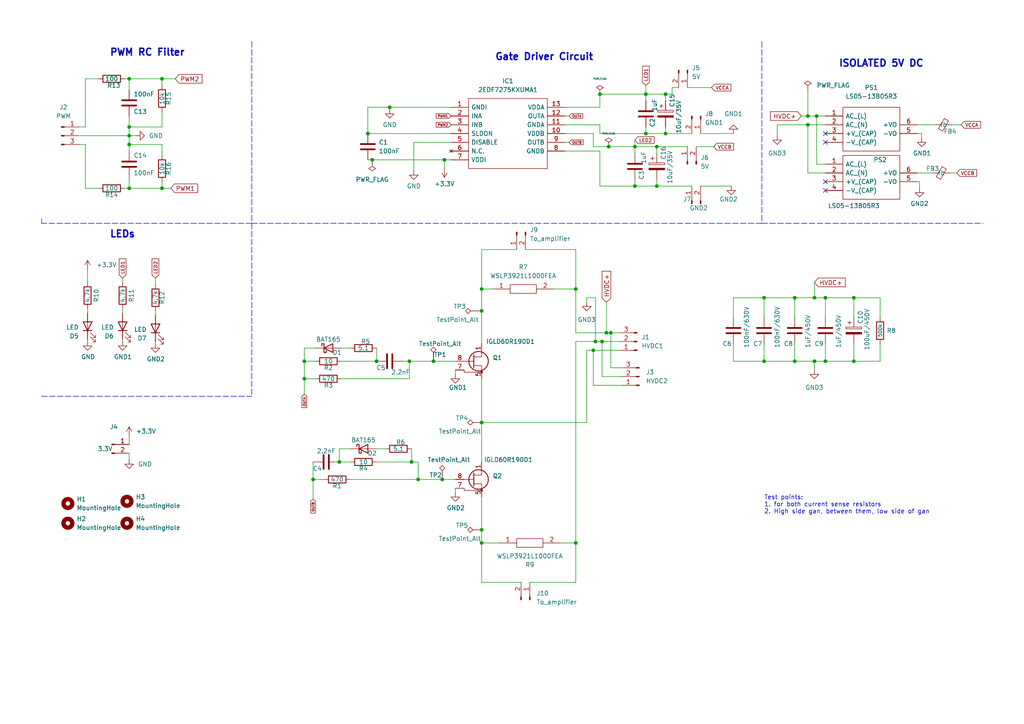
<source format=kicad_sch>
(kicad_sch (version 20211123) (generator eeschema)
  (paper "A4")
  (lib_symbols
    (symbol "2EDF7275KXUMA1:2EDF7275KXUMA1" (pin_names (offset 0.762))
      (property "Reference" "IC" (at 29.21 7.62 0))
      (property "Value" "2EDF7275KXUMA1" (at 29.21 5.08 0))
      (symbol "2EDF7275KXUMA1_0_0"
        (pin passive line (at 0 0 0) (length 5.08) (name "GNDI") (number "1"))
        (pin passive line (at 33.02 -7.62 180) (length 5.08) (name "VDDB") (number "10"))
        (pin passive line (at 33.02 -5.08 180) (length 5.08) (name "GNDA") (number "11"))
        (pin passive line (at 33.02 -2.54 180) (length 5.08) (name "OUTA") (number "12"))
        (pin passive line (at 33.02 0 180) (length 5.08) (name "VDDA") (number "13"))
        (pin passive line (at 0 -2.54 0) (length 5.08) (name "INA") (number "2"))
        (pin passive line (at 0 -5.08 0) (length 5.08) (name "INB") (number "3"))
        (pin passive line (at 0 -7.62 0) (length 5.08) (name "SLDON") (number "4"))
        (pin passive line (at 0 -10.16 0) (length 5.08) (name "DISABLE") (number "5"))
        (pin no_connect line (at 0 -12.7 0) (length 5.08) (name "N.C.") (number "6"))
        (pin passive line (at 0 -15.24 0) (length 5.08) (name "VDDI") (number "7"))
        (pin passive line (at 33.02 -12.7 180) (length 5.08) (name "GNDB") (number "8"))
        (pin passive line (at 33.02 -10.16 180) (length 5.08) (name "OUTB") (number "9"))
      )
      (symbol "2EDF7275KXUMA1_0_1"
        (polyline (pts (xy 5.08 2.54) (xy 27.94 2.54) (xy 27.94 -17.78) (xy 5.08 -17.78) (xy 5.08 2.54)) (stroke (width 0.1524)))
      )
    )
    (symbol "Connector:Conn_01x02_Male" (pin_names (offset 1.016) hide)
      (property "Reference" "J" (at 0 2.54 0))
      (property "Value" "Conn_01x02_Male" (at 0 -5.08 0))
      (symbol "Conn_01x02_Male_1_1"
        (polyline (pts (xy 1.27 -2.54) (xy 0.8636 -2.54)) (stroke (width 0.1524)))
        (polyline (pts (xy 1.27 0) (xy 0.8636 0)) (stroke (width 0.1524)))
        (rectangle (start 0.8636 -2.413) (end 0 -2.667) (stroke (width 0.1524)) (fill (type outline)))
        (rectangle (start 0.8636 0.127) (end 0 -0.127) (stroke (width 0.1524)) (fill (type outline)))
        (pin passive line (at 5.08 0 180) (length 3.81) (name "Pin_1") (number "1"))
        (pin passive line (at 5.08 -2.54 180) (length 3.81) (name "Pin_2") (number "2"))
      )
    )
    (symbol "Connector:Conn_01x03_Male" (pin_names (offset 1.016) hide)
      (property "Reference" "J" (at 0 5.08 0))
      (property "Value" "Conn_01x03_Male" (at 0 -5.08 0))
      (symbol "Conn_01x03_Male_1_1"
        (polyline (pts (xy 1.27 -2.54) (xy 0.8636 -2.54)) (stroke (width 0.1524)))
        (polyline (pts (xy 1.27 0) (xy 0.8636 0)) (stroke (width 0.1524)))
        (polyline (pts (xy 1.27 2.54) (xy 0.8636 2.54)) (stroke (width 0.1524)))
        (rectangle (start 0.8636 -2.413) (end 0 -2.667) (stroke (width 0.1524)) (fill (type outline)))
        (rectangle (start 0.8636 0.127) (end 0 -0.127) (stroke (width 0.1524)) (fill (type outline)))
        (rectangle (start 0.8636 2.667) (end 0 2.413) (stroke (width 0.1524)) (fill (type outline)))
        (pin passive line (at 5.08 2.54 180) (length 3.81) (name "Pin_1") (number "1"))
        (pin passive line (at 5.08 0 180) (length 3.81) (name "Pin_2") (number "2"))
        (pin passive line (at 5.08 -2.54 180) (length 3.81) (name "Pin_3") (number "3"))
      )
    )
    (symbol "Connector:TestPoint_Alt" (pin_numbers hide) (pin_names (offset 0.762) hide)
      (property "Reference" "TP" (at 0 6.858 0))
      (property "Value" "TestPoint_Alt" (at 0 5.08 0))
      (symbol "TestPoint_Alt_0_1"
        (polyline (pts (xy 0 2.54) (xy -0.762 3.302) (xy 0 4.064) (xy 0.762 3.302) (xy 0 2.54)))
      )
      (symbol "TestPoint_Alt_1_1"
        (pin passive line (at 0 0 90) (length 2.54) (name "1") (number "1"))
      )
    )
    (symbol "Device:C" (pin_numbers hide) (pin_names (offset 0.254))
      (property "Reference" "C" (at 0.635 2.54 0))
      (property "Value" "C" (at 0.635 -2.54 0))
      (symbol "C_0_1"
        (polyline (pts (xy -2.032 -0.762) (xy 2.032 -0.762)) (stroke (width 0.508)))
        (polyline (pts (xy -2.032 0.762) (xy 2.032 0.762)) (stroke (width 0.508)))
      )
      (symbol "C_1_1"
        (pin passive line (at 0 3.81 270) (length 2.794) (name "~") (number "1"))
        (pin passive line (at 0 -3.81 90) (length 2.794) (name "~") (number "2"))
      )
    )
    (symbol "Device:C_Polarized" (pin_numbers hide) (pin_names (offset 0.254))
      (property "Reference" "C" (at 0.635 2.54 0))
      (property "Value" "C_Polarized" (at 0.635 -2.54 0))
      (symbol "C_Polarized_0_1"
        (rectangle (start -2.286 0.508) (end 2.286 1.016))
        (polyline (pts (xy -1.778 2.286) (xy -0.762 2.286)))
        (polyline (pts (xy -1.27 2.794) (xy -1.27 1.778)))
        (rectangle (start 2.286 -0.508) (end -2.286 -1.016) (fill (type outline)))
      )
      (symbol "C_Polarized_1_1"
        (pin passive line (at 0 3.81 270) (length 2.794) (name "~") (number "1"))
        (pin passive line (at 0 -3.81 90) (length 2.794) (name "~") (number "2"))
      )
    )
    (symbol "Device:D_Schottky" (pin_numbers hide) (pin_names (offset 1.016) hide)
      (property "Reference" "D" (at 0 2.54 0))
      (property "Value" "D_Schottky" (at 0 -2.54 0))
      (symbol "D_Schottky_0_1"
        (polyline (pts (xy 1.27 0) (xy -1.27 0)))
        (polyline (pts (xy 1.27 1.27) (xy 1.27 -1.27) (xy -1.27 0) (xy 1.27 1.27)) (stroke (width 0.254)))
        (polyline (pts (xy -1.905 0.635) (xy -1.905 1.27) (xy -1.27 1.27) (xy -1.27 -1.27) (xy -0.635 -1.27) (xy -0.635 -0.635)) (stroke (width 0.254)))
      )
      (symbol "D_Schottky_1_1"
        (pin passive line (at -3.81 0 0) (length 2.54) (name "K") (number "1"))
        (pin passive line (at 3.81 0 180) (length 2.54) (name "A") (number "2"))
      )
    )
    (symbol "Device:FerriteBead_Small" (pin_numbers hide) (pin_names (offset 0))
      (property "Reference" "FB" (at 1.905 1.27 0))
      (property "Value" "FerriteBead_Small" (at 1.905 -1.27 0))
      (symbol "FerriteBead_Small_0_1"
        (polyline (pts (xy 0 -1.27) (xy 0 -0.7874)))
        (polyline (pts (xy 0 0.889) (xy 0 1.2954)))
        (polyline (pts (xy -1.8288 0.2794) (xy -1.1176 1.4986) (xy 1.8288 -0.2032) (xy 1.1176 -1.4224) (xy -1.8288 0.2794)))
      )
      (symbol "FerriteBead_Small_1_1"
        (pin passive line (at 0 2.54 270) (length 1.27) (name "~") (number "1"))
        (pin passive line (at 0 -2.54 90) (length 1.27) (name "~") (number "2"))
      )
    )
    (symbol "Device:LED" (pin_numbers hide) (pin_names (offset 1.016) hide)
      (property "Reference" "D" (at 0 2.54 0))
      (property "Value" "LED" (at 0 -2.54 0))
      (symbol "LED_0_1"
        (polyline (pts (xy -1.27 -1.27) (xy -1.27 1.27)) (stroke (width 0.254)))
        (polyline (pts (xy -1.27 0) (xy 1.27 0)))
        (polyline (pts (xy 1.27 -1.27) (xy 1.27 1.27) (xy -1.27 0) (xy 1.27 -1.27)) (stroke (width 0.254)))
        (polyline (pts (xy -3.048 -0.762) (xy -4.572 -2.286) (xy -3.81 -2.286) (xy -4.572 -2.286) (xy -4.572 -1.524)))
        (polyline (pts (xy -1.778 -0.762) (xy -3.302 -2.286) (xy -2.54 -2.286) (xy -3.302 -2.286) (xy -3.302 -1.524)))
      )
      (symbol "LED_1_1"
        (pin passive line (at -3.81 0 0) (length 2.54) (name "K") (number "1"))
        (pin passive line (at 3.81 0 180) (length 2.54) (name "A") (number "2"))
      )
    )
    (symbol "Device:R" (pin_numbers hide) (pin_names (offset 0))
      (property "Reference" "R" (at 2.032 0 90))
      (property "Value" "R" (at 0 0 90))
      (symbol "R_0_1"
        (rectangle (start -1.016 -2.54) (end 1.016 2.54) (stroke (width 0.254)))
      )
      (symbol "R_1_1"
        (pin passive line (at 0 3.81 270) (length 1.27) (name "~") (number "1"))
        (pin passive line (at 0 -3.81 90) (length 1.27) (name "~") (number "2"))
      )
    )
    (symbol "LS05-13B05R3_1" (pin_names (offset 0.762))
      (property "Reference" "PS" (at 24.13 7.62 0))
      (property "Value" "LS05-13B05R3_1" (at 24.13 5.08 0))
      (symbol "LS05-13B05R3_1_0_0"
        (pin passive line (at 0 0 0) (length 5.08) (name "AC_(L)") (number "1"))
        (pin passive line (at 0 -2.54 0) (length 5.08) (name "AC_(N)") (number "2"))
        (pin passive line (at 0 -5.08 0) (length 5.08) (name "+V_(CAP)") (number "3"))
        (pin passive line (at 0 -7.62 0) (length 5.08) (name "-V_(CAP)") (number "4"))
        (pin passive line (at 26.67 -5.08 180) (length 5.08) (name "-VO") (number "5"))
        (pin passive line (at 26.67 -2.54 180) (length 5.08) (name "+VO") (number "6"))
      )
      (symbol "LS05-13B05R3_1_0_1"
        (polyline (pts (xy 5.08 2.54) (xy 21.59 2.54) (xy 21.59 -10.16) (xy 5.08 -10.16) (xy 5.08 2.54)) (stroke (width 0.1524)))
      )
    )
    (symbol "Mechanical:MountingHole" (pin_names (offset 1.016))
      (property "Reference" "H" (at 0 5.08 0))
      (property "Value" "MountingHole" (at 0 3.175 0))
      (symbol "MountingHole_0_1"
        (circle (center 0 0) (radius 1.27) (stroke (width 1.27)))
      )
    )
    (symbol "Transistor_FET:IGLD60R190D1" (pin_names (offset 0) hide)
      (property "Reference" "Q" (at 5.08 1.905 0))
      (property "Value" "IGLD60R190D1" (at 5.08 0 0))
      (symbol "IGLD60R190D1_0_1"
        (polyline (pts (xy -2.54 0) (xy 0.254 0)))
        (polyline (pts (xy -2.54 -2.54) (xy -2.54 -3.175) (xy 2.54 -3.175)))
        (polyline (pts (xy 0.254 -1.27) (xy 2.54 -1.27) (xy 2.54 -2.54)))
        (polyline (pts (xy 0.254 1.905) (xy 0.254 -1.905) (xy 0.254 -1.905)) (stroke (width 0.254)))
        (polyline (pts (xy 2.54 2.54) (xy 2.54 1.27) (xy 0.254 1.27)))
        (circle (center 1.651 0) (radius 2.8194) (stroke (width 0.254)))
        (circle (center 2.54 -3.175) (radius 0.2794) (fill (type outline)))
      )
      (symbol "IGLD60R190D1_1_1"
        (pin passive line (at 2.54 5.08 270) (length 2.54) (name "D") (number "1"))
        (pin passive line (at 2.54 5.08 270) (length 2.54) hide (name "D") (number "2"))
        (pin passive line (at 2.54 5.08 270) (length 2.54) hide (name "D") (number "3"))
        (pin passive line (at 2.54 5.08 270) (length 2.54) hide (name "D") (number "4"))
        (pin passive line (at 2.54 -5.08 90) (length 2.54) (name "S") (number "5"))
        (pin passive line (at 2.54 -5.08 90) (length 2.54) hide (name "S") (number "6"))
        (pin passive line (at -5.08 -2.54 0) (length 2.54) (name "SS") (number "7"))
        (pin input line (at -5.08 0 0) (length 2.54) (name "G") (number "8"))
        (pin passive line (at 2.54 -5.08 90) (length 2.54) hide (name "S") (number "9"))
      )
    )
    (symbol "WSLP3921L1000FEA:WSLP3921L1000FEA" (pin_names (offset 0.762))
      (property "Reference" "R" (at 13.97 6.35 0))
      (property "Value" "WSLP3921L1000FEA" (at 13.97 3.81 0))
      (symbol "WSLP3921L1000FEA_0_0"
        (pin passive line (at 0 0 0) (length 5.08) (name "~") (number "1"))
        (pin passive line (at 17.78 0 180) (length 5.08) (name "~") (number "2"))
      )
      (symbol "WSLP3921L1000FEA_0_1"
        (polyline (pts (xy 5.08 1.27) (xy 12.7 1.27) (xy 12.7 -1.27) (xy 5.08 -1.27) (xy 5.08 1.27)) (stroke (width 0.1524)))
      )
    )
    (symbol "power:+3.3V" (power) (pin_names (offset 0))
      (property "Value" "+3.3V" (at 0 3.556 0))
      (symbol "+3.3V_0_1"
        (polyline (pts (xy -0.762 1.27) (xy 0 2.54)))
        (polyline (pts (xy 0 0) (xy 0 2.54)))
        (polyline (pts (xy 0 2.54) (xy 0.762 1.27)))
      )
      (symbol "+3.3V_1_1"
        (pin power_in line (at 0 0 90) (length 0) hide (name "+3.3V") (number "1"))
      )
    )
    (symbol "power:GND" (power) (pin_names (offset 0))
      (property "Value" "GND" (at 0 -3.81 0))
      (symbol "GND_0_1"
        (polyline (pts (xy 0 0) (xy 0 -1.27) (xy 1.27 -1.27) (xy 0 -2.54) (xy -1.27 -1.27) (xy 0 -1.27)))
      )
      (symbol "GND_1_1"
        (pin power_in line (at 0 0 270) (length 0) hide (name "GND") (number "1"))
      )
    )
    (symbol "power:GND1" (power) (pin_names (offset 0))
      (property "Value" "GND1" (at 0 -3.81 0))
      (symbol "GND1_0_1"
        (polyline (pts (xy 0 0) (xy 0 -1.27) (xy 1.27 -1.27) (xy 0 -2.54) (xy -1.27 -1.27) (xy 0 -1.27)))
      )
      (symbol "GND1_1_1"
        (pin power_in line (at 0 0 270) (length 0) hide (name "GND1") (number "1"))
      )
    )
    (symbol "power:GND2" (power) (pin_names (offset 0))
      (property "Value" "GND2" (at 0 -3.81 0))
      (symbol "GND2_0_1"
        (polyline (pts (xy 0 0) (xy 0 -1.27) (xy 1.27 -1.27) (xy 0 -2.54) (xy -1.27 -1.27) (xy 0 -1.27)))
      )
      (symbol "GND2_1_1"
        (pin power_in line (at 0 0 270) (length 0) hide (name "GND2") (number "1"))
      )
    )
    (symbol "power:GND3" (power) (pin_names (offset 0))
      (property "Value" "GND3" (at 0 -3.81 0))
      (symbol "GND3_0_1"
        (polyline (pts (xy 0 0) (xy 0 -1.27) (xy 1.27 -1.27) (xy 0 -2.54) (xy -1.27 -1.27) (xy 0 -1.27)))
      )
      (symbol "GND3_1_1"
        (pin power_in line (at 0 0 270) (length 0) hide (name "GND3") (number "1"))
      )
    )
    (symbol "power:PWR_FLAG" (power) (pin_numbers hide) (pin_names (offset 0) hide)
      (property "Value" "PWR_FLAG" (at 0 3.81 0))
      (symbol "PWR_FLAG_0_0"
        (pin power_out line (at 0 0 90) (length 0) (name "pwr") (number "1"))
      )
      (symbol "PWR_FLAG_0_1"
        (polyline (pts (xy 0 0) (xy 0 1.27) (xy -1.016 1.905) (xy 0 2.54) (xy 1.016 1.905) (xy 0 1.27)))
      )
    )
  )
  (junction (at 193.04 27.305))
  (junction (at 247.65 104.775))
  (junction (at 37.465 54.61))
  (junction (at 109.22 104.775))
  (junction (at 177.165 96.52))
  (junction (at 107.95 46.355))
  (junction (at 230.505 104.775))
  (junction (at 187.325 27.305))
  (junction (at 167.005 83.82))
  (junction (at 236.22 86.36))
  (junction (at 128.905 46.355))
  (junction (at 119.38 133.985))
  (junction (at 106.68 38.735))
  (junction (at 230.505 86.36))
  (junction (at 190.5 53.975))
  (junction (at 172.72 99.06))
  (junction (at 88.265 104.775))
  (junction (at 37.465 41.91))
  (junction (at 184.15 42.545))
  (junction (at 236.22 104.775))
  (junction (at 184.15 53.975))
  (junction (at 46.99 22.86))
  (junction (at 175.895 96.52))
  (junction (at 234.315 36.195))
  (junction (at 139.7 122.555))
  (junction (at 113.03 31.115))
  (junction (at 90.805 139.065))
  (junction (at 46.99 54.61))
  (junction (at 98.425 133.985))
  (junction (at 37.465 36.83))
  (junction (at 239.395 86.36))
  (junction (at 128.27 139.065))
  (junction (at 173.99 27.305))
  (junction (at 193.04 38.735))
  (junction (at 234.315 33.655))
  (junction (at 118.745 104.775))
  (junction (at 239.395 104.775))
  (junction (at 172.085 101.6))
  (junction (at 37.465 39.37))
  (junction (at 37.465 22.86))
  (junction (at 174.625 99.06))
  (junction (at 139.7 90.17))
  (junction (at 139.7 153.67))
  (junction (at 236.855 33.655))
  (junction (at 88.265 109.855))
  (junction (at 121.285 139.065))
  (junction (at 190.5 42.545))
  (junction (at 125.73 104.775))
  (junction (at 167.005 157.48))
  (junction (at 247.65 86.36))
  (junction (at 139.7 157.48))
  (junction (at 221.615 104.775))
  (junction (at 221.615 86.36))
  (junction (at 139.7 83.82))
  (junction (at 176.53 42.545))
  (junction (at 187.325 38.735))
  (no_connect (at 239.395 55.245))
  (no_connect (at 239.395 52.705))
  (no_connect (at 239.395 41.275))
  (no_connect (at 239.395 38.735))
  (wire (pts (xy 98.425 130.175) (xy 101.6 130.175)))
  (wire (pts (xy 24.765 54.61) (xy 24.765 41.91)))
  (wire (pts (xy 173.99 43.815) (xy 163.83 43.815)))
  (wire (pts (xy 139.7 72.39) (xy 139.7 83.82)))
  (wire (pts (xy 172.085 101.6) (xy 179.705 101.6)))
  (polyline (pts (xy 12.065 114.935) (xy 73.025 114.935)))
  (wire (pts (xy 107.95 46.355) (xy 107.95 46.99)))
  (wire (pts (xy 45.085 90.17) (xy 45.085 91.44)))
  (wire (pts (xy 106.68 38.735) (xy 130.81 38.735)))
  (wire (pts (xy 193.04 36.83) (xy 193.04 38.735)))
  (wire (pts (xy 187.325 29.21) (xy 187.325 27.305)))
  (wire (pts (xy 190.5 42.545) (xy 199.39 42.545)))
  (wire (pts (xy 99.06 104.775) (xy 109.22 104.775)))
  (wire (pts (xy 139.7 109.855) (xy 139.7 122.555)))
  (wire (pts (xy 180.34 106.68) (xy 177.165 106.68)))
  (wire (pts (xy 113.03 31.75) (xy 113.03 31.115)))
  (wire (pts (xy 239.395 50.165) (xy 234.315 50.165)))
  (polyline (pts (xy 220.98 64.77) (xy 285.115 64.77)))
  (wire (pts (xy 236.22 104.775) (xy 236.22 107.315)))
  (wire (pts (xy 153.67 168.91) (xy 167.005 168.91)))
  (wire (pts (xy 163.83 41.275) (xy 165.1 41.275)))
  (wire (pts (xy 239.395 86.36) (xy 236.22 86.36)))
  (wire (pts (xy 24.765 22.86) (xy 28.575 22.86)))
  (wire (pts (xy 266.065 36.195) (xy 271.145 36.195)))
  (wire (pts (xy 173.99 38.735) (xy 173.99 36.195)))
  (wire (pts (xy 132.08 142.875) (xy 132.08 141.605)))
  (wire (pts (xy 177.165 106.68) (xy 177.165 96.52)))
  (polyline (pts (xy 220.98 12.065) (xy 220.98 64.77)))
  (wire (pts (xy 212.725 92.075) (xy 212.725 86.36)))
  (wire (pts (xy 236.855 47.625) (xy 236.855 33.655)))
  (wire (pts (xy 175.895 87.63) (xy 175.895 96.52)))
  (wire (pts (xy 184.15 42.545) (xy 190.5 42.545)))
  (wire (pts (xy 221.615 86.36) (xy 221.615 92.075)))
  (wire (pts (xy 193.04 27.305) (xy 194.945 27.305)))
  (wire (pts (xy 120.015 41.275) (xy 120.015 49.53)))
  (wire (pts (xy 149.86 72.39) (xy 139.7 72.39)))
  (wire (pts (xy 173.99 31.115) (xy 173.99 27.305)))
  (wire (pts (xy 128.27 139.065) (xy 132.08 139.065)))
  (wire (pts (xy 167.005 168.91) (xy 167.005 157.48)))
  (wire (pts (xy 276.225 36.195) (xy 278.765 36.195)))
  (wire (pts (xy 175.895 96.52) (xy 177.165 96.52)))
  (wire (pts (xy 37.465 41.91) (xy 37.465 43.815)))
  (wire (pts (xy 172.085 38.735) (xy 163.83 38.735)))
  (wire (pts (xy 193.04 38.735) (xy 200.66 38.735)))
  (wire (pts (xy 163.83 33.655) (xy 165.1 33.655)))
  (wire (pts (xy 230.505 86.36) (xy 230.505 92.075)))
  (wire (pts (xy 187.325 24.765) (xy 187.325 27.305)))
  (wire (pts (xy 212.725 104.775) (xy 212.725 99.695)))
  (wire (pts (xy 106.68 31.115) (xy 113.03 31.115)))
  (wire (pts (xy 170.18 122.555) (xy 170.18 101.6)))
  (wire (pts (xy 173.99 43.815) (xy 173.99 53.975)))
  (wire (pts (xy 176.53 42.545) (xy 184.15 42.545)))
  (wire (pts (xy 221.615 104.775) (xy 212.725 104.775)))
  (wire (pts (xy 46.99 24.765) (xy 46.99 22.86)))
  (wire (pts (xy 24.765 36.83) (xy 24.765 22.86)))
  (wire (pts (xy 113.03 31.115) (xy 130.81 31.115)))
  (wire (pts (xy 234.315 33.655) (xy 236.855 33.655)))
  (wire (pts (xy 37.465 22.86) (xy 37.465 26.035)))
  (wire (pts (xy 109.22 133.985) (xy 119.38 133.985)))
  (wire (pts (xy 203.2 53.975) (xy 212.09 53.975)))
  (wire (pts (xy 247.65 99.695) (xy 247.65 104.775)))
  (wire (pts (xy 35.56 80.645) (xy 35.56 81.915)))
  (wire (pts (xy 172.085 42.545) (xy 176.53 42.545)))
  (wire (pts (xy 152.4 72.39) (xy 167.005 72.39)))
  (wire (pts (xy 90.805 139.065) (xy 90.805 133.985)))
  (wire (pts (xy 121.285 139.065) (xy 128.27 139.065)))
  (wire (pts (xy 221.615 99.695) (xy 221.615 104.775)))
  (polyline (pts (xy 73.025 64.77) (xy 73.025 114.935)))
  (wire (pts (xy 173.99 38.735) (xy 187.325 38.735)))
  (wire (pts (xy 101.6 133.985) (xy 98.425 133.985)))
  (wire (pts (xy 172.085 111.76) (xy 172.085 101.6)))
  (wire (pts (xy 247.65 86.36) (xy 239.395 86.36)))
  (wire (pts (xy 255.27 86.36) (xy 247.65 86.36)))
  (wire (pts (xy 93.98 139.065) (xy 90.805 139.065)))
  (wire (pts (xy 234.315 36.195) (xy 239.395 36.195)))
  (wire (pts (xy 170.18 86.36) (xy 170.18 87.63)))
  (wire (pts (xy 116.84 104.775) (xy 118.745 104.775)))
  (wire (pts (xy 46.99 45.085) (xy 46.99 41.91)))
  (wire (pts (xy 88.265 114.3) (xy 88.265 109.855)))
  (wire (pts (xy 139.7 122.555) (xy 139.7 133.985)))
  (wire (pts (xy 184.15 52.07) (xy 184.15 53.975)))
  (wire (pts (xy 173.99 27.305) (xy 187.325 27.305)))
  (wire (pts (xy 230.505 99.695) (xy 230.505 104.775)))
  (wire (pts (xy 266.7 52.705) (xy 266.7 54.61)))
  (wire (pts (xy 234.315 26.035) (xy 234.315 33.655)))
  (wire (pts (xy 167.005 83.82) (xy 167.005 96.52)))
  (wire (pts (xy 22.86 36.83) (xy 24.765 36.83)))
  (wire (pts (xy 35.56 99.06) (xy 35.56 98.425)))
  (polyline (pts (xy 220.98 64.77) (xy 73.025 64.77)))
  (wire (pts (xy 37.465 33.655) (xy 37.465 36.83)))
  (wire (pts (xy 22.86 41.91) (xy 24.765 41.91)))
  (wire (pts (xy 139.7 90.17) (xy 139.7 99.695)))
  (wire (pts (xy 247.65 104.775) (xy 255.27 104.775)))
  (wire (pts (xy 99.06 100.965) (xy 101.6 100.965)))
  (wire (pts (xy 118.745 104.775) (xy 125.73 104.775)))
  (wire (pts (xy 203.2 38.735) (xy 212.725 38.735)))
  (wire (pts (xy 128.905 46.355) (xy 128.905 48.895)))
  (wire (pts (xy 172.085 42.545) (xy 172.085 38.735)))
  (wire (pts (xy 25.4 78.105) (xy 25.4 81.915)))
  (wire (pts (xy 190.5 52.07) (xy 190.5 53.975)))
  (wire (pts (xy 36.195 54.61) (xy 37.465 54.61)))
  (wire (pts (xy 46.99 54.61) (xy 37.465 54.61)))
  (wire (pts (xy 91.44 104.775) (xy 88.265 104.775)))
  (wire (pts (xy 266.065 38.735) (xy 267.335 38.735)))
  (wire (pts (xy 173.99 53.975) (xy 184.15 53.975)))
  (wire (pts (xy 46.99 32.385) (xy 46.99 36.83)))
  (wire (pts (xy 184.15 53.975) (xy 190.5 53.975)))
  (wire (pts (xy 160.655 83.82) (xy 167.005 83.82)))
  (wire (pts (xy 46.99 22.86) (xy 37.465 22.86)))
  (wire (pts (xy 139.7 122.555) (xy 170.18 122.555)))
  (wire (pts (xy 22.86 39.37) (xy 37.465 39.37)))
  (wire (pts (xy 37.465 54.61) (xy 37.465 51.435)))
  (wire (pts (xy 90.805 144.78) (xy 90.805 139.065)))
  (wire (pts (xy 106.68 46.355) (xy 107.95 46.355)))
  (wire (pts (xy 232.41 33.655) (xy 234.315 33.655)))
  (wire (pts (xy 172.72 86.36) (xy 172.72 99.06)))
  (wire (pts (xy 128.905 46.355) (xy 130.81 46.355)))
  (wire (pts (xy 199.39 25.4) (xy 206.375 25.4)))
  (wire (pts (xy 151.13 168.91) (xy 139.7 168.91)))
  (wire (pts (xy 109.22 104.775) (xy 109.22 100.965)))
  (wire (pts (xy 139.7 144.145) (xy 139.7 153.67)))
  (polyline (pts (xy 73.025 64.77) (xy 12.065 64.77)))
  (wire (pts (xy 255.27 99.695) (xy 255.27 104.775)))
  (wire (pts (xy 37.465 126.365) (xy 37.465 128.905)))
  (wire (pts (xy 37.465 36.83) (xy 37.465 39.37)))
  (wire (pts (xy 230.505 104.775) (xy 221.615 104.775)))
  (wire (pts (xy 46.99 54.61) (xy 49.53 54.61)))
  (wire (pts (xy 46.99 22.86) (xy 50.8 22.86)))
  (wire (pts (xy 167.005 96.52) (xy 175.895 96.52)))
  (wire (pts (xy 45.085 99.695) (xy 45.085 99.06)))
  (wire (pts (xy 46.99 36.83) (xy 37.465 36.83)))
  (wire (pts (xy 167.005 99.06) (xy 172.72 99.06)))
  (wire (pts (xy 25.4 89.535) (xy 25.4 90.805)))
  (wire (pts (xy 37.465 39.37) (xy 39.37 39.37)))
  (wire (pts (xy 190.5 44.45) (xy 190.5 42.545)))
  (wire (pts (xy 193.04 29.21) (xy 193.04 27.305)))
  (wire (pts (xy 99.06 109.855) (xy 118.745 109.855)))
  (wire (pts (xy 225.425 36.195) (xy 225.425 39.37)))
  (wire (pts (xy 106.68 31.115) (xy 106.68 38.735)))
  (wire (pts (xy 139.7 157.48) (xy 144.78 157.48)))
  (wire (pts (xy 167.005 99.06) (xy 167.005 157.48)))
  (wire (pts (xy 88.265 109.855) (xy 88.265 104.775)))
  (wire (pts (xy 236.22 104.775) (xy 239.395 104.775)))
  (wire (pts (xy 194.945 25.4) (xy 196.85 25.4)))
  (wire (pts (xy 46.99 41.91) (xy 37.465 41.91)))
  (wire (pts (xy 239.395 99.695) (xy 239.395 104.775)))
  (wire (pts (xy 139.7 168.91) (xy 139.7 157.48)))
  (wire (pts (xy 132.08 108.585) (xy 132.08 107.315)))
  (wire (pts (xy 119.38 133.985) (xy 119.38 130.175)))
  (wire (pts (xy 125.73 104.775) (xy 132.08 104.775)))
  (wire (pts (xy 91.44 109.855) (xy 88.265 109.855)))
  (wire (pts (xy 184.15 42.545) (xy 184.15 44.45)))
  (wire (pts (xy 121.285 139.065) (xy 121.285 133.985)))
  (wire (pts (xy 194.945 25.4) (xy 194.945 27.305)))
  (wire (pts (xy 28.575 54.61) (xy 24.765 54.61)))
  (wire (pts (xy 190.5 53.975) (xy 200.66 53.975)))
  (wire (pts (xy 255.27 92.075) (xy 255.27 86.36)))
  (wire (pts (xy 247.65 86.36) (xy 247.65 92.075)))
  (wire (pts (xy 239.395 47.625) (xy 236.855 47.625)))
  (wire (pts (xy 46.99 52.705) (xy 46.99 54.61)))
  (wire (pts (xy 98.425 133.985) (xy 98.425 130.175)))
  (wire (pts (xy 173.99 36.195) (xy 163.83 36.195)))
  (wire (pts (xy 177.165 96.52) (xy 179.705 96.52)))
  (wire (pts (xy 239.395 86.36) (xy 239.395 92.075)))
  (wire (pts (xy 139.7 153.67) (xy 139.7 157.48)))
  (wire (pts (xy 37.465 41.91) (xy 37.465 39.37)))
  (wire (pts (xy 236.22 81.915) (xy 236.22 86.36)))
  (wire (pts (xy 139.065 90.17) (xy 139.7 90.17)))
  (wire (pts (xy 172.72 99.06) (xy 174.625 99.06)))
  (wire (pts (xy 180.34 109.22) (xy 174.625 109.22)))
  (wire (pts (xy 266.065 52.705) (xy 266.7 52.705)))
  (wire (pts (xy 236.22 86.36) (xy 230.505 86.36)))
  (wire (pts (xy 225.425 36.195) (xy 234.315 36.195)))
  (wire (pts (xy 25.4 99.06) (xy 25.4 98.425)))
  (wire (pts (xy 35.56 89.535) (xy 35.56 90.805)))
  (wire (pts (xy 139.7 83.82) (xy 139.7 90.17)))
  (wire (pts (xy 212.725 86.36) (xy 221.615 86.36)))
  (wire (pts (xy 236.855 33.655) (xy 239.395 33.655)))
  (wire (pts (xy 36.195 22.86) (xy 37.465 22.86)))
  (wire (pts (xy 88.265 100.965) (xy 91.44 100.965)))
  (wire (pts (xy 187.325 27.305) (xy 193.04 27.305)))
  (wire (pts (xy 121.285 133.985) (xy 119.38 133.985)))
  (wire (pts (xy 230.505 104.775) (xy 236.22 104.775)))
  (wire (pts (xy 172.72 86.36) (xy 170.18 86.36)))
  (wire (pts (xy 174.625 99.06) (xy 179.705 99.06)))
  (polyline (pts (xy 12.065 63.5) (xy 12.065 64.77)))
  (wire (pts (xy 120.015 41.275) (xy 130.81 41.275)))
  (wire (pts (xy 118.745 109.855) (xy 118.745 104.775)))
  (wire (pts (xy 180.34 111.76) (xy 172.085 111.76)))
  (wire (pts (xy 109.22 130.175) (xy 111.76 130.175)))
  (wire (pts (xy 267.335 38.735) (xy 267.335 40.005)))
  (wire (pts (xy 275.59 50.165) (xy 277.495 50.165)))
  (wire (pts (xy 207.01 42.545) (xy 201.93 42.545)))
  (wire (pts (xy 187.325 36.83) (xy 187.325 38.735)))
  (wire (pts (xy 174.625 109.22) (xy 174.625 99.06)))
  (wire (pts (xy 187.325 38.735) (xy 193.04 38.735)))
  (wire (pts (xy 107.95 46.355) (xy 128.905 46.355)))
  (wire (pts (xy 162.56 157.48) (xy 167.005 157.48)))
  (wire (pts (xy 266.065 50.165) (xy 270.51 50.165)))
  (wire (pts (xy 184.15 40.64) (xy 184.15 42.545)))
  (polyline (pts (xy 73.025 12.065) (xy 73.025 64.77)))
  (wire (pts (xy 167.005 72.39) (xy 167.005 83.82)))
  (wire (pts (xy 234.315 50.165) (xy 234.315 36.195)))
  (wire (pts (xy 101.6 139.065) (xy 121.285 139.065)))
  (wire (pts (xy 37.465 133.35) (xy 37.465 131.445)))
  (wire (pts (xy 239.395 104.775) (xy 247.65 104.775)))
  (wire (pts (xy 230.505 86.36) (xy 221.615 86.36)))
  (wire (pts (xy 88.265 104.775) (xy 88.265 100.965)))
  (wire (pts (xy 139.7 83.82) (xy 142.875 83.82)))
  (wire (pts (xy 163.83 31.115) (xy 173.99 31.115)))
  (wire (pts (xy 170.18 101.6) (xy 172.085 101.6)))
  (wire (pts (xy 45.085 80.645) (xy 45.085 82.55)))
  (text "Test points: \n1. for both current sense resistors\n2. High side gan, between them, low side of gan\n" (at 221.615 149.225 0) (effects (font (size 1.27 1.27)) (justify left bottom)))
  (text "LEDs" (at 31.75 69.215 0) (effects (font (size 2 2) (thickness 0.4) bold) (justify left bottom)))
  (text "ISOLATED 5V DC" (at 243.205 19.685 0) (effects (font (size 2 2) (thickness 0.4) bold) (justify left bottom)))
  (text "PWM RC Filter" (at 31.75 16.51 0) (effects (font (size 2 2) (thickness 0.4) bold) (justify left bottom)))
  (text "Gate Driver Circuit" (at 143.51 17.78 0) (effects (font (size 2 2) (thickness 0.4) bold) (justify left bottom)))
  (global_label "VCCA" (shape input) (at 278.765 36.195 0) (effects (font (size 1 1))) (property "Intersheet References" "${INTERSHEET_REFS}" (effects hide)))
  (global_label "HVDC+" (shape input) (at 175.895 87.63 90) (property "Intersheet References" "${INTERSHEET_REFS}" (effects hide)))
  (global_label "LED1" (shape input) (at 187.325 24.765 90) (effects (font (size 1 1))) (property "Intersheet References" "${INTERSHEET_REFS}" (effects hide)))
  (global_label "VCCB" (shape input) (at 277.495 50.165 0) (effects (font (size 1 1))) (property "Intersheet References" "${INTERSHEET_REFS}" (effects hide)))
  (global_label "PWM1" (shape input) (at 49.53 54.61 0) (property "Intersheet References" "${INTERSHEET_REFS}" (effects hide)))
  (global_label "PWM2" (shape input) (at 50.8 22.86 0) (property "Intersheet References" "${INTERSHEET_REFS}" (effects hide)))
  (global_label "PWM2" (shape input) (at 130.81 36.195 180) (effects (font (size 0.7 0.7))) (property "Intersheet References" "${INTERSHEET_REFS}" (effects hide)))
  (global_label "OUTB" (shape input) (at 165.1 41.275 0) (effects (font (size 0.7 0.7))) (property "Intersheet References" "${INTERSHEET_REFS}" (effects hide)))
  (global_label "VCCA" (shape input) (at 206.375 25.4 0) (effects (font (size 1 1))) (property "Intersheet References" "${INTERSHEET_REFS}" (effects hide)))
  (global_label "LED2" (shape input) (at 184.15 40.64 0) (effects (font (size 1 1))) (property "Intersheet References" "${INTERSHEET_REFS}" (effects hide)))
  (global_label "LED2" (shape input) (at 45.085 80.645 90) (effects (font (size 1 1))) (property "Intersheet References" "${INTERSHEET_REFS}" (effects hide)))
  (global_label "OUTA" (shape input) (at 88.265 114.3 270) (effects (font (size 0.7 0.7))) (property "Intersheet References" "${INTERSHEET_REFS}" (effects hide)))
  (global_label "OUTB" (shape input) (at 90.805 144.78 270) (effects (font (size 0.7 0.7))) (property "Intersheet References" "${INTERSHEET_REFS}" (effects hide)))
  (global_label "LED1" (shape input) (at 35.56 80.645 90) (effects (font (size 1 1))) (property "Intersheet References" "${INTERSHEET_REFS}" (effects hide)))
  (global_label "HVDC+" (shape input) (at 232.41 33.655 180) (property "Intersheet References" "${INTERSHEET_REFS}" (effects hide)))
  (global_label "OUTA" (shape input) (at 165.1 33.655 0) (effects (font (size 0.7 0.7))) (property "Intersheet References" "${INTERSHEET_REFS}" (effects hide)))
  (global_label "VCCB" (shape input) (at 207.01 42.545 0) (effects (font (size 1 1))) (property "Intersheet References" "${INTERSHEET_REFS}" (effects hide)))
  (global_label "HVDC+" (shape input) (at 236.22 81.915 0) (property "Intersheet References" "${INTERSHEET_REFS}" (effects hide)))
  (global_label "PWM1" (shape input) (at 130.81 33.655 180) (effects (font (size 0.7 0.7))) (property "Intersheet References" "${INTERSHEET_REFS}" (effects hide)))
  (symbol (lib_id "Connector:Conn_01x03_Male") (at 185.42 109.22 180) (unit 1)
    (property "Reference" "J3" (at 187.325 107.9499 0) (effects (justify right)))
    (property "Value" "HVDC2" (at 187.325 110.4899 0) (effects (justify right)))
    (property "Footprint" "Connector_Molex:Molex_KK-396_A-41791-0003_1x03_P3.96mm_Vertical" (effects hide))
  )
  (symbol (lib_id "Connector:Conn_01x02_Male") (at 153.67 173.99 270) (mirror x) (unit 1)
    (property "Reference" "J10" (at 155.575 172.0849 90) (effects (justify left)))
    (property "Value" "To_amplifier" (at 155.575 174.6249 90) (effects (justify left)))
    (property "Footprint" "Connector_Molex:Molex_KK-254_AE-6410-02A_1x02_P2.54mm_Vertical" (effects hide))
  )
  (symbol (lib_id "power:GND2") (at 266.7 54.61 0) (unit 1)
    (property "Reference" "#PWR05" (effects hide))
    (property "Value" "GND2" (at 266.7 59.055 0))
  )
  (symbol (lib_id "Device:R") (at 95.25 109.855 90) (unit 1)
    (property "Reference" "R3" (at 95.25 111.76 90))
    (property "Value" "470" (at 95.25 109.855 90))
    (property "Footprint" "Resistor_SMD:R_0805_2012Metric" (effects hide))
  )
  (symbol (lib_id "power:PWR_FLAG") (at 173.99 27.305 0) (unit 1)
    (property "Reference" "#FLG0102" (effects hide))
    (property "Value" "PWR_FLAG" (at 173.99 22.86 0) (effects (font (size 0.5 0.5))))
  )
  (symbol (lib_id "Connector:Conn_01x02_Male") (at 199.39 20.32 270) (unit 1)
    (property "Reference" "J5" (at 200.66 19.6849 90) (effects (justify left)))
    (property "Value" "5V" (at 200.66 22.2249 90) (effects (justify left)))
    (property "Footprint" "Connector_PinHeader_2.54mm:PinHeader_1x02_P2.54mm_Vertical" (effects hide))
  )
  (symbol (lib_id "power:PWR_FLAG") (at 107.95 46.99 180) (unit 1)
    (property "Reference" "#FLG01" (effects hide))
    (property "Value" "PWR_FLAG" (at 107.95 52.07 0))
  )
  (symbol (lib_id "Device:R") (at 45.085 86.36 180) (unit 1)
    (property "Reference" "R12" (at 46.99 86.36 90))
    (property "Value" "4.7k" (at 45.085 86.36 90))
    (property "Footprint" "Resistor_SMD:R_0805_2012Metric" (effects hide))
  )
  (symbol (lib_id "Device:R") (at 97.79 139.065 90) (unit 1)
    (property "Reference" "R1" (at 97.79 140.97 90))
    (property "Value" "470" (at 97.79 139.065 90))
    (property "Footprint" "Resistor_SMD:R_0805_2012Metric" (effects hide))
  )
  (symbol (lib_id "power:GND") (at 120.015 49.53 0) (unit 1)
    (property "Reference" "#PWR0101" (effects hide))
    (property "Value" "GND" (at 120.015 53.975 0))
  )
  (symbol (lib_id "power:GND") (at 37.465 133.35 0) (unit 1)
    (property "Reference" "#PWR08" (effects hide))
    (property "Value" "GND" (at 40.005 134.6199 0) (effects (justify left)))
  )
  (symbol (lib_id "Device:C") (at 230.505 95.885 0) (unit 1)
    (property "Reference" "C8" (at 227.33 99.695 0) (effects (justify left)))
    (property "Value" "1uF/450V" (at 234.315 100.965 90) (effects (justify left)))
    (property "Footprint" "CGA9P4X7T2W105K250KA:CAPC5750X280N" (effects hide))
  )
  (symbol (lib_id "Device:C_Polarized") (at 247.65 95.885 0) (unit 1)
    (property "Reference" "C10" (at 249.555 93.98 90) (effects (justify left)))
    (property "Value" "100uF/450V" (at 251.46 101.6 90) (effects (justify left)))
    (property "Footprint" "Capacitor_THT:CP_Radial_D18.0mm_P7.50mm" (effects hide))
  )
  (symbol (lib_id "Connector:Conn_01x02_Male") (at 199.39 47.625 90) (unit 1)
    (property "Reference" "J6" (at 203.2 45.7199 90) (effects (justify right)))
    (property "Value" "5V" (at 203.2 48.2599 90) (effects (justify right)))
    (property "Footprint" "Connector_PinHeader_2.54mm:PinHeader_1x02_P2.54mm_Vertical" (effects hide))
  )
  (symbol (lib_id "Device:C") (at 239.395 95.885 0) (unit 1)
    (property "Reference" "C9" (at 236.22 99.695 0) (effects (justify left)))
    (property "Value" "1uF/450V" (at 243.205 100.965 90) (effects (justify left)))
    (property "Footprint" "CGA9P4X7T2W105K250KA:CAPC5750X280N" (effects hide))
  )
  (symbol (lib_id "Connector:TestPoint_Alt") (at 139.7 153.67 90) (unit 1)
    (property "Reference" "TP5" (at 133.985 152.4 90))
    (property "Value" "TestPoint_Alt" (at 133.35 156.21 90))
    (property "Footprint" "TestPoint:TestPoint_THTPad_1.5x1.5mm_Drill0.7mm" (effects hide))
  )
  (symbol (lib_id "Device:R") (at 35.56 85.725 180) (unit 1)
    (property "Reference" "R11" (at 38.1 85.725 90))
    (property "Value" "4.7k" (at 35.56 85.725 90))
    (property "Footprint" "Resistor_SMD:R_0805_2012Metric" (effects hide))
  )
  (symbol (lib_id "Device:LED") (at 35.56 94.615 90) (unit 1)
    (property "Reference" "D6" (at 33.02 97.4726 90) (effects (justify left)))
    (property "Value" "LED" (at 33.02 94.9326 90) (effects (justify left)))
    (property "Footprint" "LED_SMD:LED_0805_2012Metric" (effects hide))
  )
  (symbol (lib_id "Device:C") (at 187.325 33.02 180) (unit 1)
    (property "Reference" "C2" (at 189.23 35.56 90))
    (property "Value" "1uF" (at 189.865 30.48 90))
    (property "Footprint" "Capacitor_SMD:C_0805_2012Metric" (effects hide))
  )
  (symbol (lib_id "power:+3.3V") (at 25.4 78.105 0) (unit 1)
    (property "Reference" "#PWR0108" (effects hide))
    (property "Value" "+3.3V" (at 27.94 76.8349 0) (effects (justify left)))
  )
  (symbol (lib_id "Device:FerriteBead_Small") (at 273.05 50.165 90) (unit 1)
    (property "Reference" "FB3" (at 270.51 48.895 90))
    (property "Value" "fb" (at 273.05 50.165 90))
    (property "Footprint" "Resistor_SMD:R_0805_2012Metric" (effects hide))
  )
  (symbol (lib_id "Connector:Conn_01x03_Male") (at 17.78 39.37 0) (unit 1)
    (property "Reference" "J2" (at 18.415 31.115 0))
    (property "Value" "PWM" (at 18.415 33.655 0))
    (property "Footprint" "Connector_Molex:Molex_KK-254_AE-6410-03A_1x03_P2.54mm_Vertical" (effects hide))
  )
  (symbol (lib_id "Device:C") (at 113.03 104.775 90) (unit 1)
    (property "Reference" "C5" (at 110.49 106.68 90))
    (property "Value" "2.2nF" (at 116.205 107.95 90))
    (property "Footprint" "Capacitor_SMD:C_0805_2012Metric" (effects hide))
  )
  (symbol (lib_id "Connector:Conn_01x02_Male") (at 203.2 33.655 270) (unit 1)
    (property "Reference" "J8" (at 204.47 33.0199 90) (effects (justify left)))
    (property "Value" "GND1" (at 204.47 35.5599 90) (effects (justify left)))
    (property "Footprint" "Connector_PinHeader_2.54mm:PinHeader_1x02_P2.54mm_Vertical" (effects hide))
  )
  (symbol (lib_id "Device:R") (at 255.27 95.885 0) (unit 1)
    (property "Reference" "R8" (at 257.175 95.885 0) (effects (justify left)))
    (property "Value" "500k" (at 255.27 97.79 90) (effects (font (size 1 1)) (justify left)))
    (property "Footprint" "Resistor_SMD:R_0805_2012Metric" (effects hide))
  )
  (symbol (lib_id "power:GND1") (at 267.335 40.005 0) (unit 1)
    (property "Reference" "#PWR04" (effects hide))
    (property "Value" "GND1" (at 264.795 44.45 0) (effects (justify left)))
  )
  (symbol (lib_id "power:GND3") (at 225.425 39.37 0) (unit 1)
    (property "Reference" "#PWR0103" (effects hide))
    (property "Value" "GND3" (at 225.425 44.45 0))
  )
  (symbol (lib_id "Device:C") (at 94.615 133.985 90) (unit 1)
    (property "Reference" "C4" (at 92.075 135.89 90))
    (property "Value" "2.2nF" (at 94.615 130.81 90))
    (property "Footprint" "Capacitor_SMD:C_0805_2012Metric" (effects hide))
  )
  (symbol (lib_id "Device:C") (at 37.465 29.845 0) (mirror x) (unit 1)
    (property "Reference" "C13" (at 38.735 32.385 0) (effects (justify left)))
    (property "Value" "100nF" (at 38.735 27.305 0) (effects (justify left)))
    (property "Footprint" "Capacitor_SMD:C_0805_2012Metric" (effects hide))
  )
  (symbol (lib_id "power:GND3") (at 170.18 87.63 0) (unit 1)
    (property "Reference" "#PWR06" (effects hide))
    (property "Value" "GND3" (at 170.18 92.71 0))
  )
  (symbol (lib_id "Device:R") (at 46.99 48.895 180) (unit 1)
    (property "Reference" "R16" (at 48.895 48.895 90))
    (property "Value" "10k" (at 46.99 48.895 90))
    (property "Footprint" "Resistor_SMD:R_0805_2012Metric" (effects hide))
  )
  (symbol (lib_id "Connector:TestPoint_Alt") (at 139.7 122.555 90) (unit 1)
    (property "Reference" "TP4" (at 133.985 121.285 90))
    (property "Value" "TestPoint_Alt" (at 133.35 125.095 90))
    (property "Footprint" "TestPoint:TestPoint_THTPad_1.5x1.5mm_Drill0.7mm" (effects hide))
  )
  (symbol (lib_id "Device:R") (at 46.99 28.575 0) (mirror y) (unit 1)
    (property "Reference" "R15" (at 48.895 28.575 90))
    (property "Value" "10k" (at 46.99 28.575 90))
    (property "Footprint" "Resistor_SMD:R_0805_2012Metric" (effects hide))
  )
  (symbol (lib_id "Device:C_Polarized") (at 190.5 48.26 0) (unit 1)
    (property "Reference" "C16" (at 192.405 46.355 90) (effects (justify left)))
    (property "Value" "10uF/35V" (at 194.31 53.34 90) (effects (justify left)))
    (property "Footprint" "Capacitor_SMD:CP_Elec_4x5.8" (effects hide))
  )
  (symbol (lib_name "LS05-13B05R3_1") (lib_id "LS05-13B05R3:LS05-13B05R3") (at 239.395 33.655 0) (unit 1)
    (property "Reference" "PS1" (at 252.73 25.4 0))
    (property "Value" "LS05-13B05R3" (at 252.73 27.94 0))
    (property "Footprint" "footprint&lib:LS0513B05R3" (effects hide))
    (property "Datasheet" "https://www.mornsun-power.com/html/pdf/LS05-13B05R3.html" (effects hide))
    (property "Description" "AC DC CONVERTER,5W,5VDC" (effects hide))
    (property "Height" "15.73" (effects hide))
    (property "Manufacturer_Name" "Morunsun" (effects hide))
    (property "Manufacturer_Part_Number" "LS05-13B05R3" (effects hide))
  )
  (symbol (lib_id "power:GND2") (at 45.085 99.695 0) (unit 1)
    (property "Reference" "#PWR0106" (effects hide))
    (property "Value" "GND2" (at 42.545 104.14 0) (effects (justify left)))
  )
  (symbol (lib_id "Device:R") (at 105.41 100.965 90) (unit 1)
    (property "Reference" "R5" (at 106.045 99.06 90))
    (property "Value" "5.1" (at 105.41 100.965 90))
    (property "Footprint" "Resistor_SMD:R_0805_2012Metric" (effects hide))
  )
  (symbol (lib_name "LS05-13B05R3_1") (lib_id "LS05-13B05R3:LS05-13B05R3") (at 239.395 47.625 0) (unit 1)
    (property "Reference" "PS2" (at 255.27 46.355 0))
    (property "Value" "LS05-13B05R3" (at 247.65 59.69 0))
    (property "Footprint" "footprint&lib:LS0513B05R3" (effects hide))
    (property "Datasheet" "https://www.mornsun-power.com/html/pdf/LS05-13B05R3.html" (effects hide))
    (property "Description" "AC DC CONVERTER,5W,5VDC" (effects hide))
    (property "Height" "15.73" (effects hide))
    (property "Manufacturer_Name" "Morunsun" (effects hide))
    (property "Manufacturer_Part_Number" "LS05-13B05R3" (effects hide))
  )
  (symbol (lib_id "Device:C") (at 37.465 47.625 0) (unit 1)
    (property "Reference" "C14" (at 38.735 45.085 0) (effects (justify left)))
    (property "Value" "100nF" (at 38.735 50.165 0) (effects (justify left)))
    (property "Footprint" "Capacitor_SMD:C_0805_2012Metric" (effects hide))
  )
  (symbol (lib_id "Device:C") (at 221.615 95.885 0) (unit 1)
    (property "Reference" "C7" (at 218.44 99.695 0) (effects (justify left)))
    (property "Value" "100nF/630V" (at 225.425 100.965 90) (effects (justify left)))
    (property "Footprint" "Capacitor_SMD:C_1206_3216Metric" (effects hide))
  )
  (symbol (lib_id "WSLP3921L1000FEA:WSLP3921L1000FEA") (at 144.78 157.48 0) (mirror x) (unit 1)
    (property "Reference" "R9" (at 153.67 163.83 0))
    (property "Value" "WSLP3921L1000FEA" (at 153.67 161.29 0))
    (property "Footprint" "footprint:RESC10052X50N" (effects hide))
    (property "Datasheet" "https://datasheet.datasheetarchive.com/originals/distributors/Datasheets_SAMA/cd369b67f640568f5c60fc944b86acf3.pdf" (effects hide))
    (property "Description" "Current Sense Resistors - SMD 9W 0.0001ohm 1%" (effects hide))
    (property "Height" "0.5" (effects hide))
    (property "Manufacturer_Name" "Vishay" (effects hide))
    (property "Manufacturer_Part_Number" "WSLP3921L1000FEA" (effects hide))
    (property "Mouser Part Number" "71-WSLP3921L1000FEA" (effects hide))
    (property "Mouser Price/Stock" "https://www.mouser.co.uk/ProductDetail/Vishay-Dale/WSLP3921L1000FEA?qs=TiOZkKH1s2S5b3T%252BuIp%2FVQ%3D%3D" (effects hide))
  )
  (symbol (lib_id "Mechanical:MountingHole") (at 36.83 151.765 0) (unit 1)
    (property "Reference" "H4" (at 39.37 150.4949 0) (effects (justify left)))
    (property "Value" "MountingHole" (at 39.37 153.0349 0) (effects (justify left)))
    (property "Footprint" "MountingHole:MountingHole_3.2mm_M3" (effects hide))
  )
  (symbol (lib_id "Device:R") (at 25.4 85.725 180) (unit 1)
    (property "Reference" "R10" (at 27.94 85.725 90))
    (property "Value" "4.7k" (at 25.4 85.725 90))
    (property "Footprint" "Resistor_SMD:R_0805_2012Metric" (effects hide))
  )
  (symbol (lib_id "Transistor_FET:IGLD60R190D1") (at 137.16 104.775 0) (unit 1)
    (property "Reference" "Q1" (at 142.875 103.7589 0) (effects (justify left)))
    (property "Value" "IGLD60R190D1" (at 140.97 99.06 0) (effects (justify left)))
    (property "Footprint" "Package_SON:Infineon_PG-LSON-8-1" (effects hide))
    (property "Datasheet" "https://www.infineon.com/dgdl/Infineon-IGLD60R190D1-DataSheet-v02_00-EN.pdf?fileId=5546d46269e1c019016a6d78ff5e2aba" (effects hide))
  )
  (symbol (lib_id "power:GND1") (at 132.08 108.585 0) (unit 1)
    (property "Reference" "#PWR0110" (effects hide))
    (property "Value" "GND1" (at 130.175 112.395 0) (effects (justify left)))
  )
  (symbol (lib_id "Device:C") (at 212.725 95.885 0) (unit 1)
    (property "Reference" "C6" (at 209.55 99.695 0) (effects (justify left)))
    (property "Value" "100nF/630V" (at 216.535 100.965 90) (effects (justify left)))
    (property "Footprint" "Capacitor_SMD:C_1206_3216Metric" (effects hide))
  )
  (symbol (lib_id "WSLP3921L1000FEA:WSLP3921L1000FEA") (at 142.875 83.82 0) (unit 1)
    (property "Reference" "R7" (at 151.765 77.47 0))
    (property "Value" "WSLP3921L1000FEA" (at 151.765 80.01 0))
    (property "Footprint" "footprint:RESC10052X50N" (effects hide))
    (property "Datasheet" "https://datasheet.datasheetarchive.com/originals/distributors/Datasheets_SAMA/cd369b67f640568f5c60fc944b86acf3.pdf" (effects hide))
    (property "Description" "Current Sense Resistors - SMD 9W 0.0001ohm 1%" (effects hide))
    (property "Height" "0.5" (effects hide))
    (property "Manufacturer_Name" "Vishay" (effects hide))
    (property "Manufacturer_Part_Number" "WSLP3921L1000FEA" (effects hide))
    (property "Mouser Part Number" "71-WSLP3921L1000FEA" (effects hide))
    (property "Mouser Price/Stock" "https://www.mouser.co.uk/ProductDetail/Vishay-Dale/WSLP3921L1000FEA?qs=TiOZkKH1s2S5b3T%252BuIp%2FVQ%3D%3D" (effects hide))
  )
  (symbol (lib_id "Mechanical:MountingHole") (at 19.685 151.765 0) (unit 1)
    (property "Reference" "H2" (at 22.225 150.4949 0) (effects (justify left)))
    (property "Value" "MountingHole" (at 22.225 153.0349 0) (effects (justify left)))
    (property "Footprint" "MountingHole:MountingHole_3.2mm_M3" (effects hide))
  )
  (symbol (lib_id "Mechanical:MountingHole") (at 36.83 145.415 0) (unit 1)
    (property "Reference" "H3" (at 39.37 144.1449 0) (effects (justify left)))
    (property "Value" "MountingHole" (at 39.37 146.6849 0) (effects (justify left)))
    (property "Footprint" "MountingHole:MountingHole_3.2mm_M3" (effects hide))
  )
  (symbol (lib_id "power:GND") (at 113.03 31.75 0) (unit 1)
    (property "Reference" "#PWR0102" (effects hide))
    (property "Value" "GND" (at 113.03 36.195 0))
  )
  (symbol (lib_id "power:GND") (at 25.4 99.06 0) (unit 1)
    (property "Reference" "#PWR0105" (effects hide))
    (property "Value" "GND" (at 23.495 103.505 0) (effects (justify left)))
  )
  (symbol (lib_id "Device:R") (at 32.385 22.86 90) (mirror x) (unit 1)
    (property "Reference" "R13" (at 33.02 24.765 90))
    (property "Value" "100" (at 32.385 22.86 90))
    (property "Footprint" "Resistor_SMD:R_0805_2012Metric" (effects hide))
  )
  (symbol (lib_id "Connector:Conn_01x02_Male") (at 149.86 67.31 90) (mirror x) (unit 1)
    (property "Reference" "J9" (at 153.67 66.6749 90) (effects (justify right)))
    (property "Value" "To_amplifier" (at 153.67 69.2149 90) (effects (justify right)))
    (property "Footprint" "Connector_Molex:Molex_KK-254_AE-6410-02A_1x02_P2.54mm_Vertical" (effects hide))
  )
  (symbol (lib_id "Connector:Conn_01x03_Male") (at 184.785 99.06 180) (unit 1)
    (property "Reference" "J1" (at 186.055 97.7899 0) (effects (justify right)))
    (property "Value" "HVDC1" (at 186.055 100.3299 0) (effects (justify right)))
    (property "Footprint" "Connector_Molex:Molex_KK-396_A-41791-0003_1x03_P3.96mm_Vertical" (effects hide))
  )
  (symbol (lib_id "Mechanical:MountingHole") (at 19.685 146.05 0) (unit 1)
    (property "Reference" "H1" (at 22.225 144.7799 0) (effects (justify left)))
    (property "Value" "MountingHole" (at 22.225 147.3199 0) (effects (justify left)))
    (property "Footprint" "MountingHole:MountingHole_3.2mm_M3" (effects hide))
  )
  (symbol (lib_id "power:PWR_FLAG") (at 234.315 26.035 0) (unit 1)
    (property "Reference" "#FLG02" (effects hide))
    (property "Value" "PWR_FLAG" (at 236.855 24.7649 0) (effects (justify left)))
  )
  (symbol (lib_id "Connector:Conn_01x02_Male") (at 32.385 128.905 0) (unit 1)
    (property "Reference" "J4" (at 33.02 123.825 0))
    (property "Value" "3.3V" (at 30.48 130.175 0))
    (property "Footprint" "Connector_Molex:Molex_KK-254_AE-6410-02A_1x02_P2.54mm_Vertical" (effects hide))
  )
  (symbol (lib_id "Connector:TestPoint_Alt") (at 139.065 90.17 90) (unit 1)
    (property "Reference" "TP3" (at 133.35 88.9 90))
    (property "Value" "TestPoint_Alt" (at 132.715 92.71 90))
    (property "Footprint" "TestPoint:TestPoint_THTPad_1.5x1.5mm_Drill0.7mm" (effects hide))
  )
  (symbol (lib_id "power:+3.3V") (at 128.905 48.895 180) (unit 1)
    (property "Reference" "#PWR01" (effects hide))
    (property "Value" "+3.3V" (at 128.905 53.34 0))
  )
  (symbol (lib_id "power:GND2") (at 132.08 142.875 0) (unit 1)
    (property "Reference" "#PWR0109" (effects hide))
    (property "Value" "GND2" (at 129.54 147.32 0) (effects (justify left)))
  )
  (symbol (lib_id "Device:C") (at 184.15 48.26 180) (unit 1)
    (property "Reference" "C3" (at 186.055 50.8 90))
    (property "Value" "1uF" (at 186.69 45.72 90))
    (property "Footprint" "Capacitor_SMD:C_0805_2012Metric" (effects hide))
  )
  (symbol (lib_id "2EDF7275KXUMA1:2EDF7275KXUMA1") (at 130.81 31.115 0) (unit 1)
    (property "Reference" "IC1" (at 147.32 23.495 0))
    (property "Value" "2EDF7275KXUMA1" (at 147.32 26.035 0))
    (property "Footprint" "2EDF7275KXUMA1:2EDF7275KXUMA1" (effects hide))
    (property "Datasheet" "https://www.infineon.com/dgdl/Infineon-2EDS8265H-DS-v02_00-EN.pdf?fileId=5546d462636cc8fb0163b09037983063" (effects hide))
    (property "Description" "Gate Drivers DRIVER IC" (effects hide))
    (property "Height" "1.06" (effects hide))
    (property "Mouser Part Number" "726-2EDF7275KXUMA1" (effects hide))
    (property "Mouser Price/Stock" "https://www.mouser.co.uk/ProductDetail/Infineon-Technologies/2EDF7275KXUMA1?qs=55YtniHzbhBLW9Urmtkx1g%3D%3D" (effects hide))
    (property "Manufacturer_Name" "Infineon" (effects hide))
    (property "Manufacturer_Part_Number" "2EDF7275KXUMA1" (effects hide))
  )
  (symbol (lib_id "power:GND1") (at 212.725 38.735 180) (unit 1)
    (property "Reference" "#PWR02" (effects hide))
    (property "Value" "GND1" (at 212.725 33.02 0))
  )
  (symbol (lib_id "Device:R") (at 32.385 54.61 90) (unit 1)
    (property "Reference" "R14" (at 32.385 56.515 90))
    (property "Value" "100" (at 32.385 54.61 90))
    (property "Footprint" "Resistor_SMD:R_0805_2012Metric" (effects hide))
  )
  (symbol (lib_id "Device:D_Schottky") (at 105.41 130.175 0) (unit 1)
    (property "Reference" "D2" (at 107.95 131.445 0))
    (property "Value" "BAT165" (at 105.41 127.635 0))
    (property "Footprint" "Diode_SMD:D_SOD-323" (effects hide))
  )
  (symbol (lib_id "Device:R") (at 95.25 104.775 90) (unit 1)
    (property "Reference" "R2" (at 95.25 106.68 90))
    (property "Value" "10" (at 95.25 104.775 90))
    (property "Footprint" "Resistor_SMD:R_0805_2012Metric" (effects hide))
  )
  (symbol (lib_id "Device:C_Polarized") (at 193.04 33.02 0) (unit 1)
    (property "Reference" "C15" (at 194.945 31.115 90) (effects (justify left)))
    (property "Value" "10uF/35V" (at 196.85 38.735 90) (effects (justify left)))
    (property "Footprint" "Capacitor_SMD:CP_Elec_4x5.8" (effects hide))
  )
  (symbol (lib_id "Device:D_Schottky") (at 95.25 100.965 0) (unit 1)
    (property "Reference" "D1" (at 97.79 102.235 0))
    (property "Value" "BAT165" (at 95.25 98.425 0))
    (property "Footprint" "Diode_SMD:D_SOD-323" (effects hide))
  )
  (symbol (lib_id "power:PWR_FLAG") (at 176.53 42.545 0) (unit 1)
    (property "Reference" "#FLG0101" (effects hide))
    (property "Value" "PWR_FLAG" (at 176.53 38.735 0) (effects (font (size 0.5 0.5))))
  )
  (symbol (lib_id "Device:R") (at 115.57 130.175 90) (unit 1)
    (property "Reference" "R6" (at 116.205 128.27 90))
    (property "Value" "5.1" (at 115.57 130.175 90))
    (property "Footprint" "Resistor_SMD:R_0805_2012Metric" (effects hide))
  )
  (symbol (lib_id "Connector:TestPoint_Alt") (at 128.27 139.065 0) (unit 1)
    (property "Reference" "TP2" (at 126.365 137.795 0))
    (property "Value" "TestPoint_Alt" (at 130.175 133.35 0))
    (property "Footprint" "TestPoint:TestPoint_THTPad_1.5x1.5mm_Drill0.7mm" (effects hide))
  )
  (symbol (lib_id "Device:FerriteBead_Small") (at 273.685 36.195 90) (unit 1)
    (property "Reference" "FB4" (at 275.59 38.1 90))
    (property "Value" "fb" (at 273.685 36.195 90))
    (property "Footprint" "Resistor_SMD:R_0805_2012Metric" (effects hide))
  )
  (symbol (lib_id "Device:R") (at 105.41 133.985 90) (unit 1)
    (property "Reference" "R4" (at 105.41 135.89 90))
    (property "Value" "10" (at 105.41 133.985 90))
    (property "Footprint" "Resistor_SMD:R_0805_2012Metric" (effects hide))
  )
  (symbol (lib_id "power:GND") (at 39.37 39.37 90) (unit 1)
    (property "Reference" "#PWR0104" (effects hide))
    (property "Value" "GND" (at 43.18 39.3699 90) (effects (justify right)))
  )
  (symbol (lib_id "power:GND1") (at 35.56 99.06 0) (unit 1)
    (property "Reference" "#PWR0107" (effects hide))
    (property "Value" "GND1" (at 33.02 103.505 0) (effects (justify left)))
  )
  (symbol (lib_id "Device:LED") (at 25.4 94.615 90) (unit 1)
    (property "Reference" "D5" (at 22.86 97.4726 90) (effects (justify left)))
    (property "Value" "LED" (at 22.86 94.9326 90) (effects (justify left)))
    (property "Footprint" "LED_SMD:LED_0805_2012Metric" (effects hide))
  )
  (symbol (lib_id "Connector:TestPoint_Alt") (at 125.73 104.775 0) (unit 1)
    (property "Reference" "TP1" (at 127.635 102.87 0))
    (property "Value" "TestPoint_Alt" (at 127.635 99.695 0))
    (property "Footprint" "TestPoint:TestPoint_THTPad_1.5x1.5mm_Drill0.7mm" (effects hide))
  )
  (symbol (lib_id "power:GND2") (at 212.09 53.975 0) (unit 1)
    (property "Reference" "#PWR03" (effects hide))
    (property "Value" "GND2" (at 213.995 57.785 0) (effects (justify right)))
  )
  (symbol (lib_id "Transistor_FET:IGLD60R190D1") (at 137.16 139.065 0) (unit 1)
    (property "Reference" "Q2" (at 142.875 138.0489 0) (effects (justify left)))
    (property "Value" "IGLD60R190D1" (at 140.335 133.35 0) (effects (justify left)))
    (property "Footprint" "Package_SON:Infineon_PG-LSON-8-1" (effects hide))
    (property "Datasheet" "https://www.infineon.com/dgdl/Infineon-IGLD60R190D1-DataSheet-v02_00-EN.pdf?fileId=5546d46269e1c019016a6d78ff5e2aba" (effects hide))
  )
  (symbol (lib_id "Device:C") (at 106.68 42.545 0) (unit 1)
    (property "Reference" "C1" (at 109.855 41.2749 0) (effects (justify left)))
    (property "Value" "100nF" (at 109.855 43.8149 0) (effects (justify left)))
    (property "Footprint" "Capacitor_SMD:C_0805_2012Metric" (effects hide))
  )
  (symbol (lib_id "Connector:Conn_01x02_Male") (at 200.66 59.055 90) (unit 1)
    (property "Reference" "J7" (at 198.12 57.785 90) (effects (justify right)))
    (property "Value" "GND2" (at 200.025 60.325 90) (effects (justify right)))
    (property "Footprint" "Connector_PinHeader_2.54mm:PinHeader_1x02_P2.54mm_Vertical" (effects hide))
  )
  (symbol (lib_id "power:+3.3V") (at 37.465 126.365 0) (unit 1)
    (property "Reference" "#PWR07" (effects hide))
    (property "Value" "+3.3V" (at 39.37 125.0949 0) (effects (justify left)))
  )
  (symbol (lib_id "power:GND3") (at 236.22 107.315 0) (unit 1)
    (property "Reference" "#PWR09" (effects hide))
    (property "Value" "GND3" (at 236.22 112.395 0))
  )
  (symbol (lib_id "Device:LED") (at 45.085 95.25 90) (unit 1)
    (property "Reference" "D7" (at 42.545 98.1076 90) (effects (justify left)))
    (property "Value" "LED" (at 42.545 95.5676 90) (effects (justify left)))
    (property "Footprint" "LED_SMD:LED_0805_2012Metric" (effects hide))
  )
)
</source>
